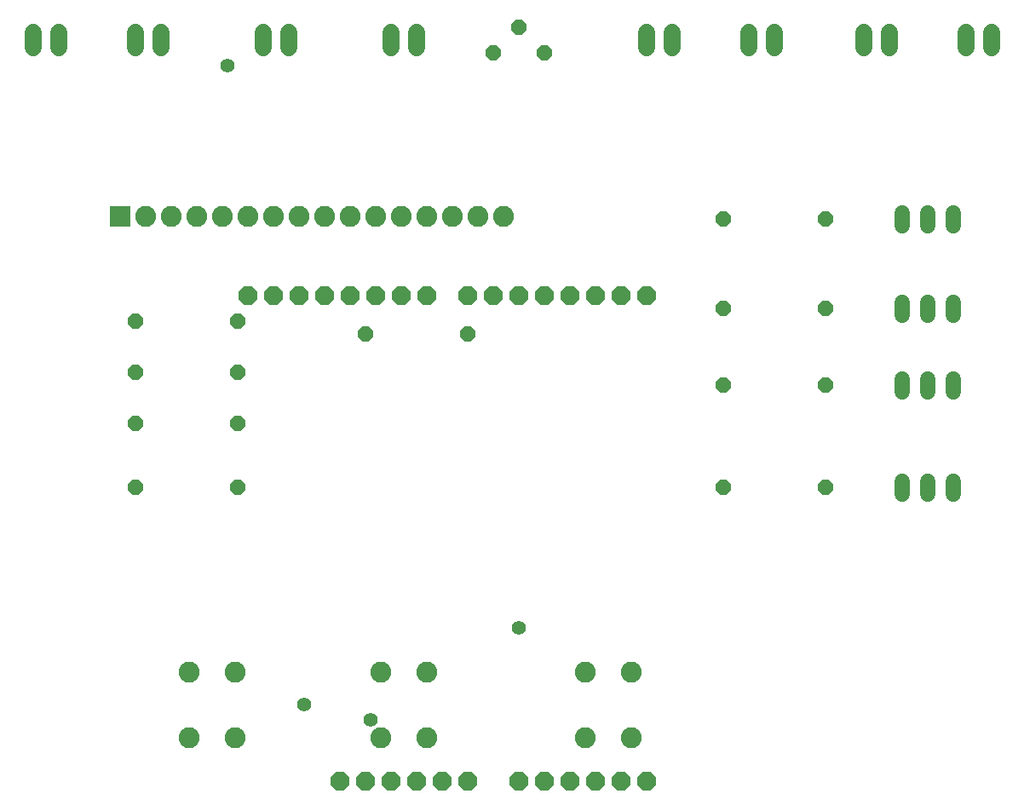
<source format=gbr>
G04 EAGLE Gerber X2 export*
%TF.Part,Single*%
%TF.FileFunction,Soldermask,Bot,1*%
%TF.FilePolarity,Negative*%
%TF.GenerationSoftware,Autodesk,EAGLE,9.1.3*%
%TF.CreationDate,2018-12-12T10:38:32Z*%
G75*
%MOMM*%
%FSLAX34Y34*%
%LPD*%
%AMOC8*
5,1,8,0,0,1.08239X$1,22.5*%
G01*
%ADD10C,1.727200*%
%ADD11R,2.082800X2.082800*%
%ADD12C,2.082800*%
%ADD13P,1.649562X8X22.500000*%
%ADD14C,1.524000*%
%ADD15P,2.034460X8X22.500000*%
%ADD16C,1.397000*%


D10*
X25400Y754380D02*
X25400Y769620D01*
X50800Y769620D02*
X50800Y754380D01*
X952500Y754380D02*
X952500Y769620D01*
X977900Y769620D02*
X977900Y754380D01*
X381000Y754380D02*
X381000Y769620D01*
X406400Y769620D02*
X406400Y754380D01*
X254000Y754380D02*
X254000Y769620D01*
X279400Y769620D02*
X279400Y754380D01*
X127000Y754380D02*
X127000Y769620D01*
X152400Y769620D02*
X152400Y754380D01*
X635000Y754380D02*
X635000Y769620D01*
X660400Y769620D02*
X660400Y754380D01*
X736600Y754380D02*
X736600Y769620D01*
X762000Y769620D02*
X762000Y754380D01*
X850900Y754380D02*
X850900Y769620D01*
X876300Y769620D02*
X876300Y754380D01*
D11*
X111800Y586800D03*
D12*
X137200Y586800D03*
X162600Y586800D03*
X188000Y586800D03*
X213400Y586800D03*
X238800Y586800D03*
X264200Y586800D03*
X289600Y586800D03*
X315000Y586800D03*
X340400Y586800D03*
X365800Y586800D03*
X391200Y586800D03*
X416600Y586800D03*
X442000Y586800D03*
X467400Y586800D03*
X492800Y586800D03*
D13*
X355600Y469900D03*
X457200Y469900D03*
X482600Y749300D03*
X533400Y749300D03*
X508000Y774700D03*
X711200Y584200D03*
X812800Y584200D03*
X711200Y495300D03*
X812800Y495300D03*
X711200Y419100D03*
X812800Y419100D03*
X711200Y317500D03*
X812800Y317500D03*
X127000Y317500D03*
X228600Y317500D03*
X127000Y381000D03*
X228600Y381000D03*
X127000Y431800D03*
X228600Y431800D03*
X127000Y482600D03*
X228600Y482600D03*
D12*
X225806Y134112D03*
X225806Y69088D03*
X180594Y134112D03*
X180594Y69088D03*
X416306Y134112D03*
X416306Y69088D03*
X371094Y134112D03*
X371094Y69088D03*
X619506Y134112D03*
X619506Y69088D03*
X574294Y134112D03*
X574294Y69088D03*
D14*
X889000Y577596D02*
X889000Y590804D01*
X939800Y590804D02*
X939800Y577596D01*
X914400Y577596D02*
X914400Y590804D01*
X889000Y501904D02*
X889000Y488696D01*
X939800Y488696D02*
X939800Y501904D01*
X914400Y501904D02*
X914400Y488696D01*
X889000Y425704D02*
X889000Y412496D01*
X939800Y412496D02*
X939800Y425704D01*
X914400Y425704D02*
X914400Y412496D01*
X889000Y324104D02*
X889000Y310896D01*
X939800Y310896D02*
X939800Y324104D01*
X914400Y324104D02*
X914400Y310896D01*
D15*
X533400Y508000D03*
X508000Y25400D03*
X558800Y508000D03*
X584200Y508000D03*
X609600Y508000D03*
X635000Y508000D03*
X508000Y508000D03*
X482600Y508000D03*
X457200Y508000D03*
X416560Y508000D03*
X391160Y508000D03*
X365760Y508000D03*
X340360Y508000D03*
X314960Y508000D03*
X289560Y508000D03*
X264160Y508000D03*
X238760Y508000D03*
X533400Y25400D03*
X558800Y25400D03*
X584200Y25400D03*
X609600Y25400D03*
X635000Y25400D03*
X457200Y25400D03*
X431800Y25400D03*
X406400Y25400D03*
X381000Y25400D03*
X355600Y25400D03*
X330200Y25400D03*
D16*
X360680Y86360D03*
X218440Y736600D03*
X294640Y101600D03*
X508000Y177800D03*
M02*

</source>
